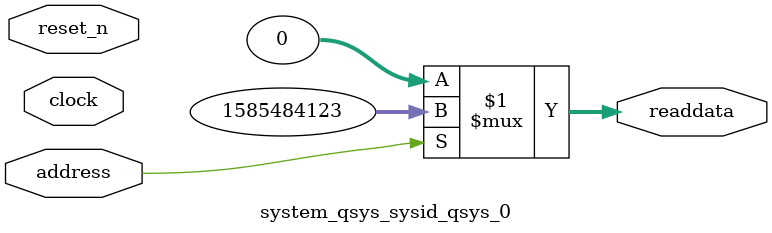
<source format=v>

`timescale 1ns / 1ps
// synthesis translate_on

// turn off superfluous verilog processor warnings 
// altera message_level Level1 
// altera message_off 10034 10035 10036 10037 10230 10240 10030 

module system_qsys_sysid_qsys_0 (
               // inputs:
                address,
                clock,
                reset_n,

               // outputs:
                readdata
             )
;

  output  [ 31: 0] readdata;
  input            address;
  input            clock;
  input            reset_n;

  wire    [ 31: 0] readdata;
  //control_slave, which is an e_avalon_slave
  assign readdata = address ? 1585484123 : 0;

endmodule




</source>
